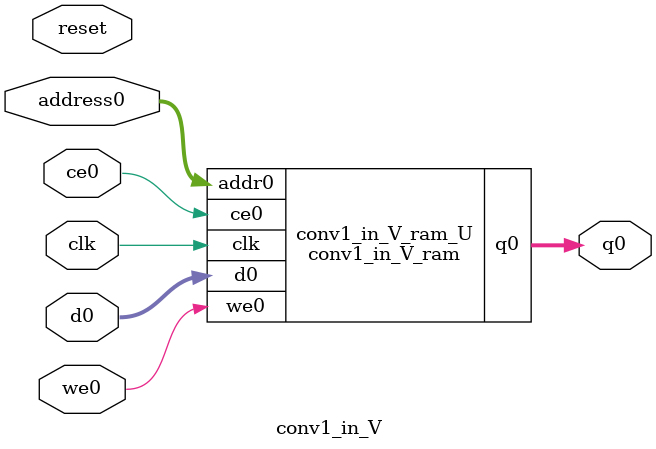
<source format=v>
`timescale 1 ns / 1 ps
module conv1_in_V_ram (addr0, ce0, d0, we0, q0,  clk);

parameter DWIDTH = 16;
parameter AWIDTH = 10;
parameter MEM_SIZE = 1024;

input[AWIDTH-1:0] addr0;
input ce0;
input[DWIDTH-1:0] d0;
input we0;
output reg[DWIDTH-1:0] q0;
input clk;

(* ram_style = "block" *)reg [DWIDTH-1:0] ram[0:MEM_SIZE-1];




always @(posedge clk)  
begin 
    if (ce0) 
    begin
        if (we0) 
        begin 
            ram[addr0] <= d0; 
        end 
        q0 <= ram[addr0];
    end
end


endmodule

`timescale 1 ns / 1 ps
module conv1_in_V(
    reset,
    clk,
    address0,
    ce0,
    we0,
    d0,
    q0);

parameter DataWidth = 32'd16;
parameter AddressRange = 32'd1024;
parameter AddressWidth = 32'd10;
input reset;
input clk;
input[AddressWidth - 1:0] address0;
input ce0;
input we0;
input[DataWidth - 1:0] d0;
output[DataWidth - 1:0] q0;



conv1_in_V_ram conv1_in_V_ram_U(
    .clk( clk ),
    .addr0( address0 ),
    .ce0( ce0 ),
    .we0( we0 ),
    .d0( d0 ),
    .q0( q0 ));

endmodule


</source>
